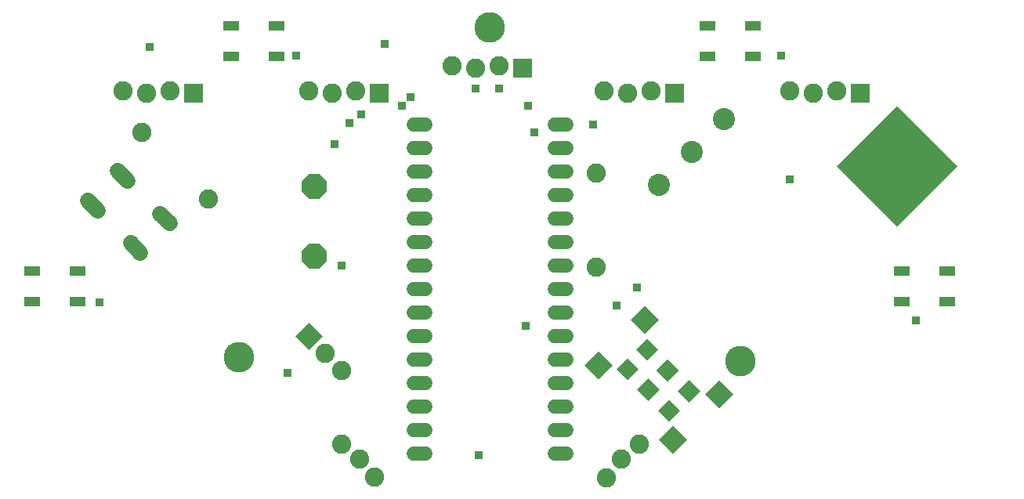
<source format=gts>
G75*
%MOIN*%
%OFA0B0*%
%FSLAX25Y25*%
%IPPOS*%
%LPD*%
%AMOC8*
5,1,8,0,0,1.08239X$1,22.5*
%
%ADD10C,0.13005*%
%ADD11R,0.06706X0.04343*%
%ADD12C,0.09400*%
%ADD13C,0.08200*%
%ADD14OC8,0.10800*%
%ADD15R,0.08200X0.08200*%
%ADD16C,0.05950*%
%ADD17C,0.06800*%
%ADD18R,0.08200X0.08200*%
%ADD19R,0.08477X0.08477*%
%ADD20R,0.06737X0.06737*%
%ADD21R,0.36233X0.36233*%
%ADD22R,0.03778X0.03778*%
D10*
X0121438Y0098308D03*
X0334910Y0096808D03*
X0228209Y0238957D03*
D11*
X0320926Y0239548D03*
X0340217Y0239548D03*
X0340217Y0226556D03*
X0320926Y0226556D03*
X0403603Y0135217D03*
X0403603Y0122225D03*
X0422894Y0122225D03*
X0422894Y0135217D03*
X0137461Y0226556D03*
X0118170Y0226556D03*
X0118170Y0239548D03*
X0137461Y0239548D03*
X0052816Y0135217D03*
X0033524Y0135217D03*
X0033524Y0122225D03*
X0052816Y0122225D03*
D12*
X0300073Y0171870D03*
X0313993Y0185789D03*
X0327912Y0199708D03*
D13*
X0355690Y0211898D03*
X0365690Y0210898D03*
X0375690Y0211898D03*
X0296950Y0211898D03*
X0286950Y0210898D03*
X0276950Y0211898D03*
X0231989Y0222459D03*
X0221989Y0221459D03*
X0211989Y0222459D03*
X0170965Y0211898D03*
X0160965Y0210898D03*
X0150965Y0211898D03*
X0092225Y0211898D03*
X0082225Y0210898D03*
X0072225Y0211898D03*
X0080209Y0194044D03*
X0108493Y0165760D03*
X0158105Y0100050D03*
X0164988Y0092796D03*
X0165122Y0061585D03*
X0172900Y0055221D03*
X0179264Y0047443D03*
X0277813Y0047300D03*
X0284177Y0055079D03*
X0291955Y0061443D03*
X0273623Y0136743D03*
X0273623Y0176743D03*
D14*
X0153406Y0171080D03*
X0153406Y0141480D03*
D15*
X0180965Y0210898D03*
X0241989Y0221459D03*
X0306950Y0210898D03*
X0385690Y0210898D03*
X0102225Y0210898D03*
D16*
X0195792Y0197359D02*
X0200942Y0197359D01*
X0200942Y0187359D02*
X0195792Y0187359D01*
X0195792Y0177359D02*
X0200942Y0177359D01*
X0200942Y0167359D02*
X0195792Y0167359D01*
X0195792Y0157359D02*
X0200942Y0157359D01*
X0200942Y0147359D02*
X0195792Y0147359D01*
X0195792Y0137359D02*
X0200942Y0137359D01*
X0200942Y0127359D02*
X0195792Y0127359D01*
X0195792Y0117359D02*
X0200942Y0117359D01*
X0200942Y0107359D02*
X0195792Y0107359D01*
X0195792Y0097359D02*
X0200942Y0097359D01*
X0200942Y0087359D02*
X0195792Y0087359D01*
X0195792Y0077359D02*
X0200942Y0077359D01*
X0200942Y0067359D02*
X0195792Y0067359D01*
X0195792Y0057359D02*
X0200942Y0057359D01*
X0255792Y0057359D02*
X0260942Y0057359D01*
X0260942Y0067359D02*
X0255792Y0067359D01*
X0255792Y0077359D02*
X0260942Y0077359D01*
X0260942Y0087359D02*
X0255792Y0087359D01*
X0255792Y0097359D02*
X0260942Y0097359D01*
X0260942Y0107359D02*
X0255792Y0107359D01*
X0255792Y0117359D02*
X0260942Y0117359D01*
X0260942Y0127359D02*
X0255792Y0127359D01*
X0255792Y0137359D02*
X0260942Y0137359D01*
X0260942Y0147359D02*
X0255792Y0147359D01*
X0255792Y0157359D02*
X0260942Y0157359D01*
X0260942Y0167359D02*
X0255792Y0167359D01*
X0255792Y0177359D02*
X0260942Y0177359D01*
X0260942Y0187359D02*
X0255792Y0187359D01*
X0255792Y0197359D02*
X0260942Y0197359D01*
D17*
X0092132Y0155338D02*
X0087889Y0159581D01*
X0075303Y0146994D02*
X0079545Y0142752D01*
X0061443Y0160854D02*
X0057201Y0165096D01*
X0069787Y0177683D02*
X0074030Y0173440D01*
D18*
G36*
X0151070Y0101508D02*
X0145425Y0107455D01*
X0151372Y0113100D01*
X0157017Y0107153D01*
X0151070Y0101508D01*
G37*
D19*
G36*
X0280457Y0095259D02*
X0274464Y0089266D01*
X0268471Y0095259D01*
X0274464Y0101252D01*
X0280457Y0095259D01*
G37*
G36*
X0300256Y0114493D02*
X0294263Y0108500D01*
X0288270Y0114493D01*
X0294263Y0120486D01*
X0300256Y0114493D01*
G37*
G36*
X0331722Y0082885D02*
X0325729Y0076892D01*
X0319736Y0082885D01*
X0325729Y0088878D01*
X0331722Y0082885D01*
G37*
G36*
X0312277Y0063439D02*
X0306284Y0057446D01*
X0300291Y0063439D01*
X0306284Y0069432D01*
X0312277Y0063439D01*
G37*
D20*
G36*
X0309279Y0075814D02*
X0304516Y0071051D01*
X0299753Y0075814D01*
X0304516Y0080577D01*
X0309279Y0075814D01*
G37*
G36*
X0317764Y0084016D02*
X0313001Y0079253D01*
X0308238Y0084016D01*
X0313001Y0088779D01*
X0317764Y0084016D01*
G37*
G36*
X0308713Y0092926D02*
X0303950Y0088163D01*
X0299187Y0092926D01*
X0303950Y0097689D01*
X0308713Y0092926D01*
G37*
G36*
X0300440Y0084653D02*
X0295677Y0079890D01*
X0290914Y0084653D01*
X0295677Y0089416D01*
X0300440Y0084653D01*
G37*
G36*
X0291601Y0093491D02*
X0286838Y0088728D01*
X0282075Y0093491D01*
X0286838Y0098254D01*
X0291601Y0093491D01*
G37*
G36*
X0299945Y0101694D02*
X0295182Y0096931D01*
X0290419Y0101694D01*
X0295182Y0106457D01*
X0299945Y0101694D01*
G37*
D21*
G36*
X0427057Y0179902D02*
X0401438Y0154283D01*
X0375819Y0179902D01*
X0401438Y0205521D01*
X0427057Y0179902D01*
G37*
D22*
X0142048Y0091733D03*
X0165172Y0137359D03*
X0153659Y0141733D03*
X0162048Y0189233D03*
X0168298Y0198227D03*
X0173298Y0201733D03*
X0190798Y0205483D03*
X0194548Y0209233D03*
X0222048Y0212739D03*
X0232048Y0212739D03*
X0244548Y0205483D03*
X0247048Y0194233D03*
X0272048Y0197359D03*
X0352048Y0226733D03*
X0355798Y0174233D03*
X0290798Y0127983D03*
X0282048Y0120483D03*
X0243298Y0111733D03*
X0223298Y0056733D03*
X0062048Y0121733D03*
X0145798Y0226733D03*
X0183298Y0231733D03*
X0083298Y0230483D03*
X0409548Y0114233D03*
M02*

</source>
